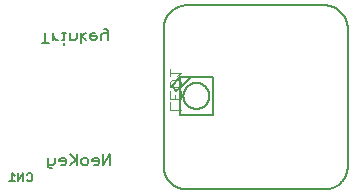
<source format=gbr>
G04 EAGLE Gerber RS-274X export*
G75*
%MOMM*%
%FSLAX34Y34*%
%LPD*%
%INSilkscreen Bottom*%
%IPPOS*%
%AMOC8*
5,1,8,0,0,1.08239X$1,22.5*%
G01*
%ADD10C,0.127000*%
%ADD11C,0.152400*%
%ADD12C,0.076200*%


D10*
X86611Y-57150D02*
X86611Y-48252D01*
X80679Y-57150D01*
X80679Y-48252D01*
X75773Y-57150D02*
X72807Y-57150D01*
X75773Y-57150D02*
X77256Y-55667D01*
X77256Y-52701D01*
X75773Y-51218D01*
X72807Y-51218D01*
X71324Y-52701D01*
X71324Y-54184D01*
X77256Y-54184D01*
X66418Y-57150D02*
X63452Y-57150D01*
X61969Y-55667D01*
X61969Y-52701D01*
X63452Y-51218D01*
X66418Y-51218D01*
X67901Y-52701D01*
X67901Y-55667D01*
X66418Y-57150D01*
X58546Y-57150D02*
X58546Y-48252D01*
X58546Y-54184D02*
X52614Y-48252D01*
X57063Y-52701D02*
X52614Y-57150D01*
X47708Y-57150D02*
X44742Y-57150D01*
X47708Y-57150D02*
X49190Y-55667D01*
X49190Y-52701D01*
X47708Y-51218D01*
X44742Y-51218D01*
X43259Y-52701D01*
X43259Y-54184D01*
X49190Y-54184D01*
X39835Y-55667D02*
X39835Y-51218D01*
X39835Y-55667D02*
X38352Y-57150D01*
X33904Y-57150D01*
X33904Y-58633D02*
X33904Y-51218D01*
X33904Y-58633D02*
X35386Y-60116D01*
X36869Y-60116D01*
X31541Y45712D02*
X31541Y54610D01*
X28575Y45712D02*
X34507Y45712D01*
X37930Y48678D02*
X37930Y54610D01*
X37930Y51644D02*
X40896Y48678D01*
X42379Y48678D01*
X45726Y48678D02*
X47209Y48678D01*
X47209Y54610D01*
X45726Y54610D02*
X48692Y54610D01*
X47209Y45712D02*
X47209Y44229D01*
X51963Y48678D02*
X51963Y54610D01*
X51963Y48678D02*
X56412Y48678D01*
X57895Y50161D01*
X57895Y54610D01*
X61318Y54610D02*
X61318Y45712D01*
X61318Y51644D02*
X65767Y54610D01*
X61318Y51644D02*
X65767Y48678D01*
X70597Y54610D02*
X73563Y54610D01*
X70597Y54610D02*
X69114Y53127D01*
X69114Y50161D01*
X70597Y48678D01*
X73563Y48678D01*
X75046Y50161D01*
X75046Y51644D01*
X69114Y51644D01*
X78469Y53127D02*
X78469Y48678D01*
X78469Y53127D02*
X79952Y54610D01*
X84401Y54610D01*
X84401Y56093D02*
X84401Y48678D01*
X84401Y56093D02*
X82918Y57576D01*
X81435Y57576D01*
D11*
X17116Y-64256D02*
X16014Y-65358D01*
X17116Y-64256D02*
X19319Y-64256D01*
X20420Y-65358D01*
X20420Y-69764D01*
X19319Y-70866D01*
X17116Y-70866D01*
X16014Y-69764D01*
X12936Y-70866D02*
X12936Y-64256D01*
X8530Y-70866D01*
X8530Y-64256D01*
X5452Y-66460D02*
X3249Y-64256D01*
X3249Y-70866D01*
X5452Y-70866D02*
X1046Y-70866D01*
D10*
X173385Y-14730D02*
X173385Y17270D01*
X154385Y17270D01*
X145385Y17270D01*
X145385Y8270D01*
X145385Y-14730D01*
X173385Y-14730D01*
X145385Y8270D02*
X154385Y17270D01*
X148385Y1270D02*
X148388Y1540D01*
X148398Y1810D01*
X148415Y2079D01*
X148438Y2348D01*
X148468Y2617D01*
X148504Y2884D01*
X148547Y3151D01*
X148596Y3416D01*
X148652Y3680D01*
X148715Y3943D01*
X148783Y4204D01*
X148859Y4463D01*
X148940Y4720D01*
X149028Y4976D01*
X149122Y5229D01*
X149222Y5480D01*
X149329Y5728D01*
X149441Y5973D01*
X149560Y6216D01*
X149684Y6455D01*
X149814Y6692D01*
X149950Y6925D01*
X150092Y7155D01*
X150239Y7381D01*
X150392Y7604D01*
X150550Y7823D01*
X150713Y8038D01*
X150882Y8248D01*
X151056Y8455D01*
X151235Y8657D01*
X151418Y8855D01*
X151607Y9048D01*
X151800Y9237D01*
X151998Y9420D01*
X152200Y9599D01*
X152407Y9773D01*
X152617Y9942D01*
X152832Y10105D01*
X153051Y10263D01*
X153274Y10416D01*
X153500Y10563D01*
X153730Y10705D01*
X153963Y10841D01*
X154200Y10971D01*
X154439Y11095D01*
X154682Y11214D01*
X154927Y11326D01*
X155175Y11433D01*
X155426Y11533D01*
X155679Y11627D01*
X155935Y11715D01*
X156192Y11796D01*
X156451Y11872D01*
X156712Y11940D01*
X156975Y12003D01*
X157239Y12059D01*
X157504Y12108D01*
X157771Y12151D01*
X158038Y12187D01*
X158307Y12217D01*
X158576Y12240D01*
X158845Y12257D01*
X159115Y12267D01*
X159385Y12270D01*
X159655Y12267D01*
X159925Y12257D01*
X160194Y12240D01*
X160463Y12217D01*
X160732Y12187D01*
X160999Y12151D01*
X161266Y12108D01*
X161531Y12059D01*
X161795Y12003D01*
X162058Y11940D01*
X162319Y11872D01*
X162578Y11796D01*
X162835Y11715D01*
X163091Y11627D01*
X163344Y11533D01*
X163595Y11433D01*
X163843Y11326D01*
X164088Y11214D01*
X164331Y11095D01*
X164570Y10971D01*
X164807Y10841D01*
X165040Y10705D01*
X165270Y10563D01*
X165496Y10416D01*
X165719Y10263D01*
X165938Y10105D01*
X166153Y9942D01*
X166363Y9773D01*
X166570Y9599D01*
X166772Y9420D01*
X166970Y9237D01*
X167163Y9048D01*
X167352Y8855D01*
X167535Y8657D01*
X167714Y8455D01*
X167888Y8248D01*
X168057Y8038D01*
X168220Y7823D01*
X168378Y7604D01*
X168531Y7381D01*
X168678Y7155D01*
X168820Y6925D01*
X168956Y6692D01*
X169086Y6455D01*
X169210Y6216D01*
X169329Y5973D01*
X169441Y5728D01*
X169548Y5480D01*
X169648Y5229D01*
X169742Y4976D01*
X169830Y4720D01*
X169911Y4463D01*
X169987Y4204D01*
X170055Y3943D01*
X170118Y3680D01*
X170174Y3416D01*
X170223Y3151D01*
X170266Y2884D01*
X170302Y2617D01*
X170332Y2348D01*
X170355Y2079D01*
X170372Y1810D01*
X170382Y1540D01*
X170385Y1270D01*
X170382Y1000D01*
X170372Y730D01*
X170355Y461D01*
X170332Y192D01*
X170302Y-77D01*
X170266Y-344D01*
X170223Y-611D01*
X170174Y-876D01*
X170118Y-1140D01*
X170055Y-1403D01*
X169987Y-1664D01*
X169911Y-1923D01*
X169830Y-2180D01*
X169742Y-2436D01*
X169648Y-2689D01*
X169548Y-2940D01*
X169441Y-3188D01*
X169329Y-3433D01*
X169210Y-3676D01*
X169086Y-3915D01*
X168956Y-4152D01*
X168820Y-4385D01*
X168678Y-4615D01*
X168531Y-4841D01*
X168378Y-5064D01*
X168220Y-5283D01*
X168057Y-5498D01*
X167888Y-5708D01*
X167714Y-5915D01*
X167535Y-6117D01*
X167352Y-6315D01*
X167163Y-6508D01*
X166970Y-6697D01*
X166772Y-6880D01*
X166570Y-7059D01*
X166363Y-7233D01*
X166153Y-7402D01*
X165938Y-7565D01*
X165719Y-7723D01*
X165496Y-7876D01*
X165270Y-8023D01*
X165040Y-8165D01*
X164807Y-8301D01*
X164570Y-8431D01*
X164331Y-8555D01*
X164088Y-8674D01*
X163843Y-8786D01*
X163595Y-8893D01*
X163344Y-8993D01*
X163091Y-9087D01*
X162835Y-9175D01*
X162578Y-9256D01*
X162319Y-9332D01*
X162058Y-9400D01*
X161795Y-9463D01*
X161531Y-9519D01*
X161266Y-9568D01*
X160999Y-9611D01*
X160732Y-9647D01*
X160463Y-9677D01*
X160194Y-9700D01*
X159925Y-9717D01*
X159655Y-9727D01*
X159385Y-9730D01*
X159115Y-9727D01*
X158845Y-9717D01*
X158576Y-9700D01*
X158307Y-9677D01*
X158038Y-9647D01*
X157771Y-9611D01*
X157504Y-9568D01*
X157239Y-9519D01*
X156975Y-9463D01*
X156712Y-9400D01*
X156451Y-9332D01*
X156192Y-9256D01*
X155935Y-9175D01*
X155679Y-9087D01*
X155426Y-8993D01*
X155175Y-8893D01*
X154927Y-8786D01*
X154682Y-8674D01*
X154439Y-8555D01*
X154200Y-8431D01*
X153963Y-8301D01*
X153730Y-8165D01*
X153500Y-8023D01*
X153274Y-7876D01*
X153051Y-7723D01*
X152832Y-7565D01*
X152617Y-7402D01*
X152407Y-7233D01*
X152200Y-7059D01*
X151998Y-6880D01*
X151800Y-6697D01*
X151607Y-6508D01*
X151418Y-6315D01*
X151235Y-6117D01*
X151056Y-5915D01*
X150882Y-5708D01*
X150713Y-5498D01*
X150550Y-5283D01*
X150392Y-5064D01*
X150239Y-4841D01*
X150092Y-4615D01*
X149950Y-4385D01*
X149814Y-4152D01*
X149684Y-3915D01*
X149560Y-3676D01*
X149441Y-3433D01*
X149329Y-3188D01*
X149222Y-2940D01*
X149122Y-2689D01*
X149028Y-2436D01*
X148940Y-2180D01*
X148859Y-1923D01*
X148783Y-1664D01*
X148715Y-1403D01*
X148652Y-1140D01*
X148596Y-876D01*
X148547Y-611D01*
X148504Y-344D01*
X148468Y-77D01*
X148438Y192D01*
X148415Y461D01*
X148398Y730D01*
X148388Y1000D01*
X148385Y1270D01*
X142385Y5270D02*
X145385Y8270D01*
X142385Y5270D02*
X138385Y9270D01*
X145385Y17270D01*
D12*
X146312Y-10370D02*
X136906Y-10370D01*
X136906Y-4099D01*
X146312Y-1015D02*
X146312Y5256D01*
X146312Y-1015D02*
X136906Y-1015D01*
X136906Y5256D01*
X141609Y2121D02*
X141609Y-1015D01*
X146312Y8341D02*
X136906Y8341D01*
X136906Y13044D01*
X138474Y14611D01*
X144744Y14611D01*
X146312Y13044D01*
X146312Y8341D01*
X143177Y17696D02*
X146312Y20831D01*
X136906Y20831D01*
X136906Y17696D02*
X136906Y23966D01*
D11*
X287550Y58000D02*
X287550Y-58000D01*
X287550Y58000D02*
X287544Y58483D01*
X287527Y58966D01*
X287497Y59449D01*
X287457Y59930D01*
X287404Y60411D01*
X287340Y60890D01*
X287265Y61367D01*
X287177Y61843D01*
X287079Y62316D01*
X286969Y62786D01*
X286848Y63254D01*
X286715Y63719D01*
X286571Y64180D01*
X286416Y64638D01*
X286250Y65092D01*
X286073Y65542D01*
X285886Y65987D01*
X285687Y66428D01*
X285479Y66864D01*
X285259Y67294D01*
X285029Y67720D01*
X284789Y68139D01*
X284539Y68553D01*
X284279Y68960D01*
X284010Y69361D01*
X283730Y69756D01*
X283442Y70143D01*
X283143Y70524D01*
X282836Y70897D01*
X282520Y71262D01*
X282195Y71620D01*
X281862Y71970D01*
X281520Y72312D01*
X281170Y72645D01*
X280812Y72970D01*
X280447Y73286D01*
X280074Y73593D01*
X279693Y73892D01*
X279306Y74180D01*
X278911Y74460D01*
X278510Y74729D01*
X278103Y74989D01*
X277689Y75239D01*
X277270Y75479D01*
X276844Y75709D01*
X276414Y75929D01*
X275978Y76137D01*
X275537Y76336D01*
X275092Y76523D01*
X274642Y76700D01*
X274188Y76866D01*
X273730Y77021D01*
X273269Y77165D01*
X272804Y77298D01*
X272336Y77419D01*
X271866Y77529D01*
X271393Y77627D01*
X270917Y77715D01*
X270440Y77790D01*
X269961Y77854D01*
X269480Y77907D01*
X268999Y77947D01*
X268516Y77977D01*
X268033Y77994D01*
X267550Y78000D01*
X151550Y78000D01*
X151067Y77994D01*
X150584Y77977D01*
X150101Y77947D01*
X149620Y77907D01*
X149139Y77854D01*
X148660Y77790D01*
X148183Y77715D01*
X147707Y77627D01*
X147234Y77529D01*
X146764Y77419D01*
X146296Y77298D01*
X145831Y77165D01*
X145370Y77021D01*
X144912Y76866D01*
X144458Y76700D01*
X144008Y76523D01*
X143563Y76336D01*
X143122Y76137D01*
X142686Y75929D01*
X142256Y75709D01*
X141830Y75479D01*
X141411Y75239D01*
X140997Y74989D01*
X140590Y74729D01*
X140189Y74460D01*
X139794Y74180D01*
X139407Y73892D01*
X139026Y73593D01*
X138653Y73286D01*
X138288Y72970D01*
X137930Y72645D01*
X137580Y72312D01*
X137238Y71970D01*
X136905Y71620D01*
X136580Y71262D01*
X136264Y70897D01*
X135957Y70524D01*
X135658Y70143D01*
X135370Y69756D01*
X135090Y69361D01*
X134821Y68960D01*
X134561Y68553D01*
X134311Y68139D01*
X134071Y67720D01*
X133841Y67294D01*
X133621Y66864D01*
X133413Y66428D01*
X133214Y65987D01*
X133027Y65542D01*
X132850Y65092D01*
X132684Y64638D01*
X132529Y64180D01*
X132385Y63719D01*
X132252Y63254D01*
X132131Y62786D01*
X132021Y62316D01*
X131923Y61843D01*
X131835Y61367D01*
X131760Y60890D01*
X131696Y60411D01*
X131643Y59930D01*
X131603Y59449D01*
X131573Y58966D01*
X131556Y58483D01*
X131550Y58000D01*
X131550Y-58000D01*
X131556Y-58483D01*
X131573Y-58966D01*
X131603Y-59449D01*
X131643Y-59930D01*
X131696Y-60411D01*
X131760Y-60890D01*
X131835Y-61367D01*
X131923Y-61843D01*
X132021Y-62316D01*
X132131Y-62786D01*
X132252Y-63254D01*
X132385Y-63719D01*
X132529Y-64180D01*
X132684Y-64638D01*
X132850Y-65092D01*
X133027Y-65542D01*
X133214Y-65987D01*
X133413Y-66428D01*
X133621Y-66864D01*
X133841Y-67294D01*
X134071Y-67720D01*
X134311Y-68139D01*
X134561Y-68553D01*
X134821Y-68960D01*
X135090Y-69361D01*
X135370Y-69756D01*
X135658Y-70143D01*
X135957Y-70524D01*
X136264Y-70897D01*
X136580Y-71262D01*
X136905Y-71620D01*
X137238Y-71970D01*
X137580Y-72312D01*
X137930Y-72645D01*
X138288Y-72970D01*
X138653Y-73286D01*
X139026Y-73593D01*
X139407Y-73892D01*
X139794Y-74180D01*
X140189Y-74460D01*
X140590Y-74729D01*
X140997Y-74989D01*
X141411Y-75239D01*
X141830Y-75479D01*
X142256Y-75709D01*
X142686Y-75929D01*
X143122Y-76137D01*
X143563Y-76336D01*
X144008Y-76523D01*
X144458Y-76700D01*
X144912Y-76866D01*
X145370Y-77021D01*
X145831Y-77165D01*
X146296Y-77298D01*
X146764Y-77419D01*
X147234Y-77529D01*
X147707Y-77627D01*
X148183Y-77715D01*
X148660Y-77790D01*
X149139Y-77854D01*
X149620Y-77907D01*
X150101Y-77947D01*
X150584Y-77977D01*
X151067Y-77994D01*
X151550Y-78000D01*
X267550Y-78000D01*
X268033Y-77994D01*
X268516Y-77977D01*
X268999Y-77947D01*
X269480Y-77907D01*
X269961Y-77854D01*
X270440Y-77790D01*
X270917Y-77715D01*
X271393Y-77627D01*
X271866Y-77529D01*
X272336Y-77419D01*
X272804Y-77298D01*
X273269Y-77165D01*
X273730Y-77021D01*
X274188Y-76866D01*
X274642Y-76700D01*
X275092Y-76523D01*
X275537Y-76336D01*
X275978Y-76137D01*
X276414Y-75929D01*
X276844Y-75709D01*
X277270Y-75479D01*
X277689Y-75239D01*
X278103Y-74989D01*
X278510Y-74729D01*
X278911Y-74460D01*
X279306Y-74180D01*
X279693Y-73892D01*
X280074Y-73593D01*
X280447Y-73286D01*
X280812Y-72970D01*
X281170Y-72645D01*
X281520Y-72312D01*
X281862Y-71970D01*
X282195Y-71620D01*
X282520Y-71262D01*
X282836Y-70897D01*
X283143Y-70524D01*
X283442Y-70143D01*
X283730Y-69756D01*
X284010Y-69361D01*
X284279Y-68960D01*
X284539Y-68553D01*
X284789Y-68139D01*
X285029Y-67720D01*
X285259Y-67294D01*
X285479Y-66864D01*
X285687Y-66428D01*
X285886Y-65987D01*
X286073Y-65542D01*
X286250Y-65092D01*
X286416Y-64638D01*
X286571Y-64180D01*
X286715Y-63719D01*
X286848Y-63254D01*
X286969Y-62786D01*
X287079Y-62316D01*
X287177Y-61843D01*
X287265Y-61367D01*
X287340Y-60890D01*
X287404Y-60411D01*
X287457Y-59930D01*
X287497Y-59449D01*
X287527Y-58966D01*
X287544Y-58483D01*
X287550Y-58000D01*
M02*

</source>
